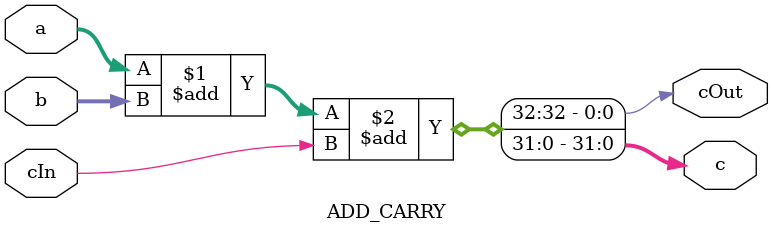
<source format=sv>
/* 
 * Logical ADDER with carry management for substraction process 
 * WIDTH = length of word in the system
 * 
 * 
 */
module ADD_CARRY #(parameter WIDTH = 32)
						(input logic [WIDTH-1:0] a, b,
						 input logic cIn,
						output logic [WIDTH-1:0] c,
						output logic cOut);
						
assign {cOut, c} = a + b + cIn;

endmodule 
</source>
